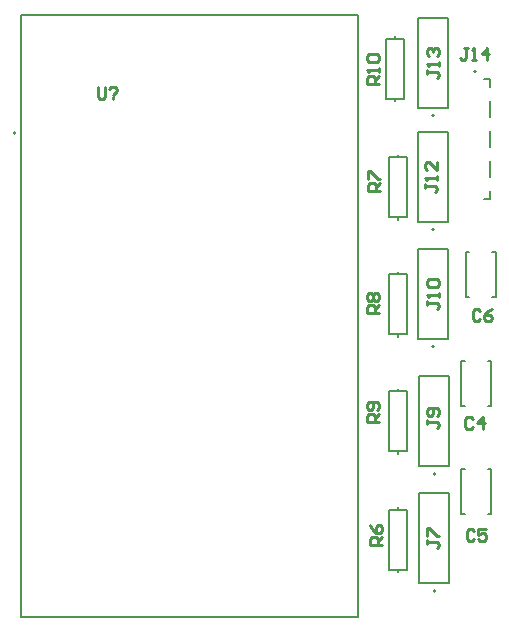
<source format=gbr>
G04*
G04 #@! TF.GenerationSoftware,Altium Limited,Altium Designer,22.4.2 (48)*
G04*
G04 Layer_Color=65535*
%FSLAX25Y25*%
%MOIN*%
G70*
G04*
G04 #@! TF.SameCoordinates,AC32F47B-EC56-4475-8078-1485B9E55ABE*
G04*
G04*
G04 #@! TF.FilePolarity,Positive*
G04*
G01*
G75*
%ADD10C,0.00787*%
%ADD11C,0.00500*%
%ADD12C,0.01000*%
D10*
X391429Y277083D02*
G03*
X391429Y277083I-394J0D01*
G01*
X531394Y124441D02*
G03*
X531394Y124441I-394J0D01*
G01*
Y163441D02*
G03*
X531394Y163441I-394J0D01*
G01*
X530894Y205941D02*
G03*
X530894Y205941I-394J0D01*
G01*
Y244941D02*
G03*
X530894Y244941I-394J0D01*
G01*
Y282941D02*
G03*
X530894Y282941I-394J0D01*
G01*
X544894Y297638D02*
G03*
X544894Y297638I-394J0D01*
G01*
X526000Y127000D02*
X536000D01*
X526000D02*
Y157000D01*
X536000Y127000D02*
Y157000D01*
X526000D02*
X536000D01*
X526000Y166000D02*
X536000D01*
X526000D02*
Y196000D01*
X536000Y166000D02*
Y196000D01*
X526000D02*
X536000D01*
X525500Y208500D02*
X535500D01*
X525500D02*
Y238500D01*
X535500Y208500D02*
Y238500D01*
X525500D02*
X535500D01*
X525500Y247500D02*
X535500D01*
X525500D02*
Y277500D01*
X535500Y247500D02*
Y277500D01*
X525500D02*
X535500D01*
X525500Y285500D02*
X535500D01*
X525500D02*
Y315500D01*
X535500Y285500D02*
Y315500D01*
X525500D02*
X535500D01*
X516000Y151500D02*
X519000D01*
X516000Y131500D02*
Y151500D01*
Y131500D02*
X522000D01*
Y151500D01*
X519000D02*
X522000D01*
X519000Y130600D02*
Y131500D01*
Y151500D02*
Y152400D01*
X516000Y191000D02*
X519000D01*
X516000Y171000D02*
Y191000D01*
Y171000D02*
X522000D01*
Y191000D01*
X519000D02*
X522000D01*
X519000Y170100D02*
Y171000D01*
Y191000D02*
Y191900D01*
X516000Y230000D02*
X519000D01*
X516000Y210000D02*
Y230000D01*
Y210000D02*
X522000D01*
Y230000D01*
X519000D02*
X522000D01*
X519000Y209100D02*
Y210000D01*
Y230000D02*
Y230900D01*
X516000Y269000D02*
X519000D01*
X516000Y249000D02*
Y269000D01*
Y249000D02*
X522000D01*
Y269000D01*
X519000D02*
X522000D01*
X519000Y248100D02*
Y249000D01*
Y269000D02*
Y269900D01*
X515000Y308500D02*
X518000D01*
X515000Y288500D02*
Y308500D01*
Y288500D02*
X521000D01*
Y308500D01*
X518000D02*
X521000D01*
X518000Y287600D02*
Y288500D01*
Y308500D02*
Y309400D01*
X547669Y295000D02*
X549402D01*
Y292382D02*
Y295000D01*
Y282382D02*
Y287618D01*
Y272382D02*
Y277618D01*
Y262382D02*
Y267618D01*
Y255000D02*
Y257618D01*
X547669Y255000D02*
X549402D01*
D11*
X484067Y115705D02*
X505524D01*
X414421D02*
X484067D01*
X393280D02*
X414421D01*
X505524D02*
Y316295D01*
X393280Y115705D02*
Y316295D01*
X463280D02*
X505524D01*
X436858D02*
X463280D01*
X393280D02*
X436858D01*
X393280Y115705D02*
Y316295D01*
X505524D01*
X393280Y115705D02*
X505524D01*
Y316295D01*
X540000Y150000D02*
Y165000D01*
X550000Y150000D02*
Y165000D01*
X548854D02*
X550000D01*
X540000D02*
X541146D01*
X548854Y150000D02*
X550000D01*
X540000D02*
X541146D01*
X540000Y186000D02*
Y201000D01*
X550000Y186000D02*
Y201000D01*
X548854D02*
X550000D01*
X540000D02*
X541146D01*
X548854Y186000D02*
X550000D01*
X540000D02*
X541146D01*
X541500Y222500D02*
Y237500D01*
X551500Y222500D02*
Y237500D01*
X550354D02*
X551500D01*
X541500D02*
X542646D01*
X550354Y222500D02*
X551500D01*
X541500D02*
X542646D01*
D12*
X418720Y292468D02*
Y289188D01*
X419376Y288532D01*
X420688D01*
X421344Y289188D01*
Y292468D01*
X422656Y291812D02*
X423312Y292468D01*
X424624D01*
X425280Y291812D01*
Y291156D01*
X423968Y289844D01*
Y289188D02*
Y288532D01*
X512468Y293580D02*
X508532D01*
Y295548D01*
X509188Y296204D01*
X510500D01*
X511156Y295548D01*
Y293580D01*
Y294892D02*
X512468Y296204D01*
Y297516D02*
Y298828D01*
Y298172D01*
X508532D01*
X509188Y297516D01*
Y300796D02*
X508532Y301452D01*
Y302764D01*
X509188Y303420D01*
X511812D01*
X512468Y302764D01*
Y301452D01*
X511812Y300796D01*
X509188D01*
X512468Y180720D02*
X508532D01*
Y182688D01*
X509188Y183344D01*
X510500D01*
X511156Y182688D01*
Y180720D01*
Y182032D02*
X512468Y183344D01*
X511812Y184656D02*
X512468Y185312D01*
Y186624D01*
X511812Y187280D01*
X509188D01*
X508532Y186624D01*
Y185312D01*
X509188Y184656D01*
X509844D01*
X510500Y185312D01*
Y187280D01*
X512468Y217220D02*
X508532D01*
Y219188D01*
X509188Y219844D01*
X510500D01*
X511156Y219188D01*
Y217220D01*
Y218532D02*
X512468Y219844D01*
X509188Y221156D02*
X508532Y221812D01*
Y223124D01*
X509188Y223780D01*
X509844D01*
X510500Y223124D01*
X511156Y223780D01*
X511812D01*
X512468Y223124D01*
Y221812D01*
X511812Y221156D01*
X511156D01*
X510500Y221812D01*
X509844Y221156D01*
X509188D01*
X510500Y221812D02*
Y223124D01*
X512968Y257720D02*
X509032D01*
Y259688D01*
X509688Y260344D01*
X511000D01*
X511656Y259688D01*
Y257720D01*
Y259032D02*
X512968Y260344D01*
X509032Y261656D02*
Y264280D01*
X509688D01*
X512312Y261656D01*
X512968D01*
X513468Y139720D02*
X509532D01*
Y141688D01*
X510188Y142344D01*
X511500D01*
X512156Y141688D01*
Y139720D01*
Y141032D02*
X513468Y142344D01*
X509532Y146280D02*
X510188Y144968D01*
X511500Y143656D01*
X512812D01*
X513468Y144312D01*
Y145624D01*
X512812Y146280D01*
X512156D01*
X511500Y145624D01*
Y143656D01*
X542124Y305336D02*
X540812D01*
X541468D01*
Y302056D01*
X540812Y301400D01*
X540156D01*
X539500Y302056D01*
X543436Y301400D02*
X544748D01*
X544092D01*
Y305336D01*
X543436Y304680D01*
X548683Y301400D02*
Y305336D01*
X546715Y303368D01*
X549339D01*
X528532Y298204D02*
Y296892D01*
Y297548D01*
X531812D01*
X532468Y296892D01*
Y296236D01*
X531812Y295580D01*
X532468Y299516D02*
Y300828D01*
Y300172D01*
X528532D01*
X529188Y299516D01*
Y302796D02*
X528532Y303452D01*
Y304764D01*
X529188Y305420D01*
X529844D01*
X530500Y304764D01*
Y304108D01*
Y304764D01*
X531156Y305420D01*
X531812D01*
X532468Y304764D01*
Y303452D01*
X531812Y302796D01*
X528032Y260204D02*
Y258892D01*
Y259548D01*
X531312D01*
X531968Y258892D01*
Y258236D01*
X531312Y257580D01*
X531968Y261516D02*
Y262828D01*
Y262172D01*
X528032D01*
X528688Y261516D01*
X531968Y267420D02*
Y264796D01*
X529344Y267420D01*
X528688D01*
X528032Y266764D01*
Y265452D01*
X528688Y264796D01*
X528532Y221204D02*
Y219892D01*
Y220548D01*
X531812D01*
X532468Y219892D01*
Y219236D01*
X531812Y218580D01*
X532468Y222516D02*
Y223828D01*
Y223172D01*
X528532D01*
X529188Y222516D01*
Y225796D02*
X528532Y226452D01*
Y227764D01*
X529188Y228420D01*
X531812D01*
X532468Y227764D01*
Y226452D01*
X531812Y225796D01*
X529188D01*
X528532Y181344D02*
Y180032D01*
Y180688D01*
X531812D01*
X532468Y180032D01*
Y179376D01*
X531812Y178720D01*
Y182656D02*
X532468Y183312D01*
Y184624D01*
X531812Y185280D01*
X529188D01*
X528532Y184624D01*
Y183312D01*
X529188Y182656D01*
X529844D01*
X530500Y183312D01*
Y185280D01*
X528532Y141344D02*
Y140032D01*
Y140688D01*
X531812D01*
X532468Y140032D01*
Y139376D01*
X531812Y138720D01*
X528532Y142656D02*
Y145280D01*
X529188D01*
X531812Y142656D01*
X532468D01*
X546344Y217812D02*
X545688Y218468D01*
X544376D01*
X543720Y217812D01*
Y215188D01*
X544376Y214532D01*
X545688D01*
X546344Y215188D01*
X550280Y218468D02*
X548968Y217812D01*
X547656Y216500D01*
Y215188D01*
X548312Y214532D01*
X549624D01*
X550280Y215188D01*
Y215844D01*
X549624Y216500D01*
X547656D01*
X544344Y144312D02*
X543688Y144968D01*
X542376D01*
X541720Y144312D01*
Y141688D01*
X542376Y141032D01*
X543688D01*
X544344Y141688D01*
X548280Y144968D02*
X545656D01*
Y143000D01*
X546968Y143656D01*
X547624D01*
X548280Y143000D01*
Y141688D01*
X547624Y141032D01*
X546312D01*
X545656Y141688D01*
X543844Y181812D02*
X543188Y182468D01*
X541876D01*
X541220Y181812D01*
Y179188D01*
X541876Y178532D01*
X543188D01*
X543844Y179188D01*
X547124Y178532D02*
Y182468D01*
X545156Y180500D01*
X547780D01*
M02*

</source>
